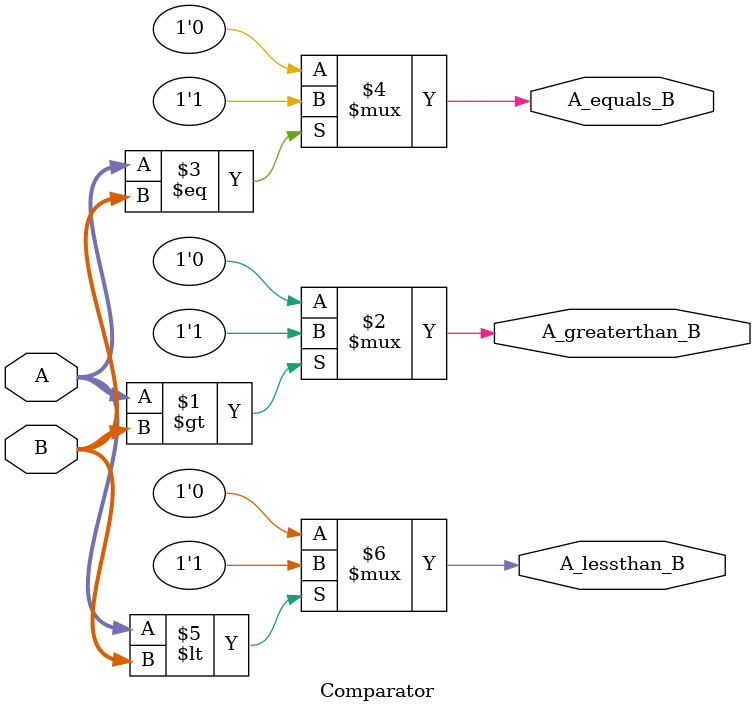
<source format=v>
module Comparator (
input [3:0] A, B, output A_greaterthan_B, output A_equals_B, output A_lessthan_B);

assign A_greaterthan_B = (A > B) ? 1'b1 : 1'b0; 
assign A_equals_B = (A == B) ? 1'b1 : 1'b0; 
assign A_lessthan_B = (A < B) ? 1'b1 : 1'b0; 

endmodule
</source>
